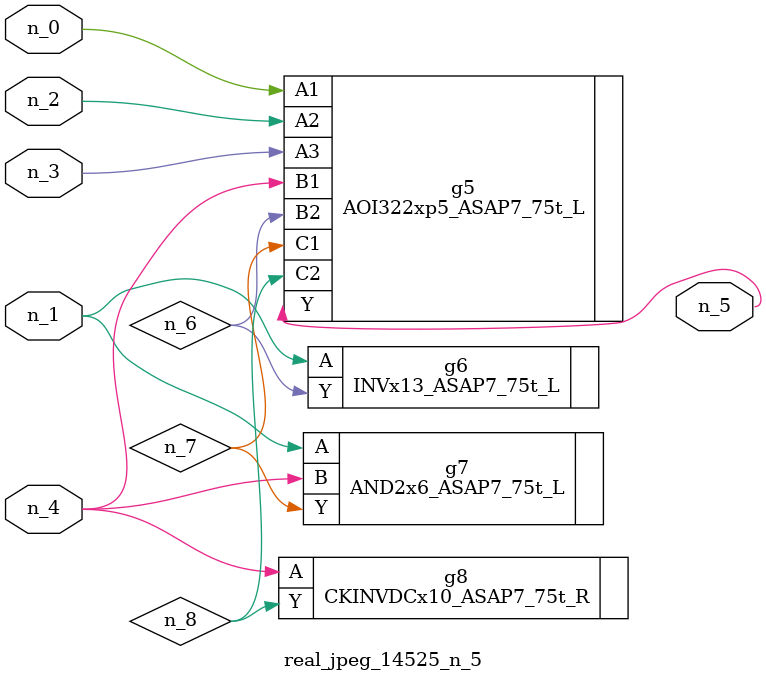
<source format=v>
module real_jpeg_14525_n_5 (n_4, n_0, n_1, n_2, n_3, n_5);

input n_4;
input n_0;
input n_1;
input n_2;
input n_3;

output n_5;

wire n_8;
wire n_6;
wire n_7;

AOI322xp5_ASAP7_75t_L g5 ( 
.A1(n_0),
.A2(n_2),
.A3(n_3),
.B1(n_4),
.B2(n_6),
.C1(n_7),
.C2(n_8),
.Y(n_5)
);

INVx13_ASAP7_75t_L g6 ( 
.A(n_1),
.Y(n_6)
);

AND2x6_ASAP7_75t_L g7 ( 
.A(n_1),
.B(n_4),
.Y(n_7)
);

CKINVDCx10_ASAP7_75t_R g8 ( 
.A(n_4),
.Y(n_8)
);


endmodule
</source>
